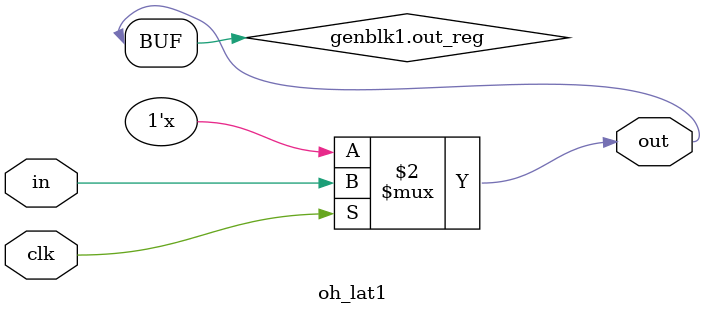
<source format=v>


module oh_lat1
  #(parameter N    = 1,        // number of sync stages
    parameter SYN  = "TRUE",   // synthesizable (or not)
    parameter TYPE = "DEFAULT" // scell type/size
    )
   (input 	   clk, // clk
    input [N-1:0]  in,  // input data
    output [N-1:0] out  // output data
    );

   generate
      if(SYN == "TRUE") begin
	 reg [N-1:0]      out_reg;
	 always @ (clk or in)
	   if (clk)
	     out_reg[N-1:0] <= in[N-1:0];

	 assign out[N-1:0] = out_reg[N-1:0];
      end
      else begin
	 for (i=0;i<N;i=i+1) begin
	    asic_lat1 #(.TYPE(TYPE))
	    asic_lat1 (.clk(clk),
		       .in(in[i]),
		       .out(out[i]));
	 end
      end
   endgenerate

endmodule // oh_lat1

</source>
